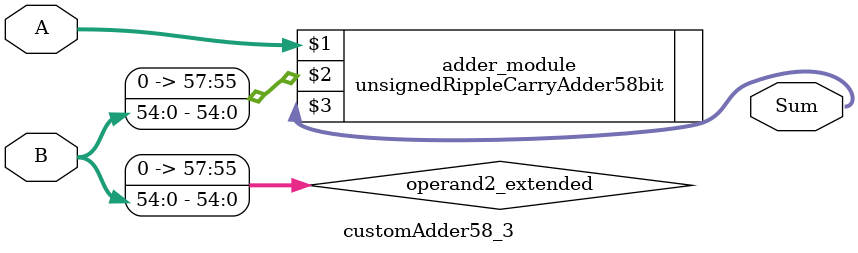
<source format=v>
module customAdder58_3(
                        input [57 : 0] A,
                        input [54 : 0] B,
                        
                        output [58 : 0] Sum
                );

        wire [57 : 0] operand2_extended;
        
        assign operand2_extended =  {3'b0, B};
        
        unsignedRippleCarryAdder58bit adder_module(
            A,
            operand2_extended,
            Sum
        );
        
        endmodule
        
</source>
